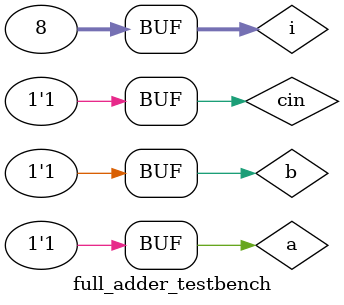
<source format=sv>
`timescale 1ns/10ps

module full_adder(cin, a, b, cout, sum);
	output logic cout, sum;
	input logic cin, a, b;
	parameter delay = 0;

	logic sumNoCarry, cinCheck, inputCarryCheck;
	
	and #delay inputCheck (inputCarryCheck, a, b);
	and #delay cinCheckGate (cinCheck, cin, sumNoCarry);
	xor #delay addAB (sumNoCarry, a, b);
	xor #delay result (sum, cin, sumNoCarry);
	or #delay (cout, cinCheck, inputCarryCheck);
	
	
endmodule

module full_adder_testbench();
	logic cout, sum;
	logic cin, a, b;

	full_adder dut (cin, a, b, cout, sum);
	integer i;

 initial begin
	
	for (i=0; i<8; i++) begin
		{cin, a, b} = i; #10;
	end
	
 end
endmodule

</source>
